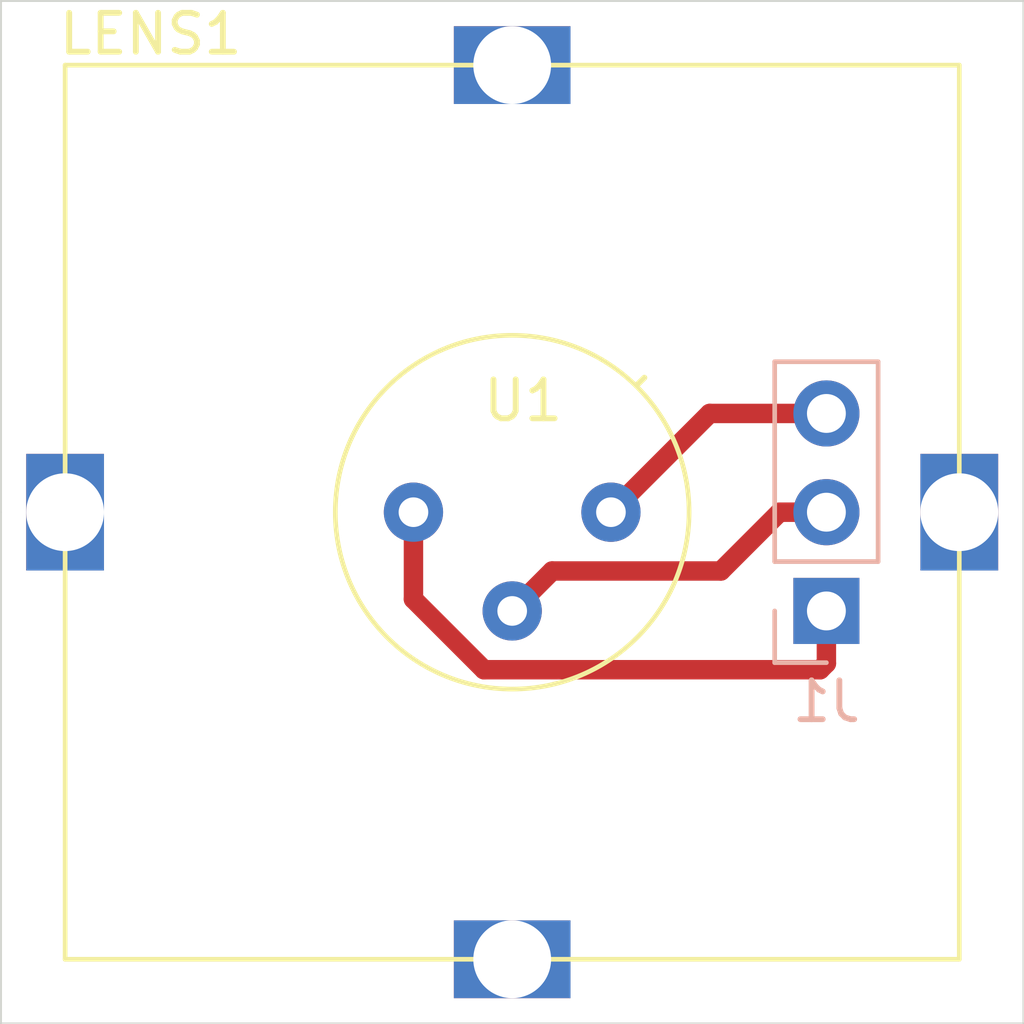
<source format=kicad_pcb>
(kicad_pcb (version 20171130) (host pcbnew 5.1.5+dfsg1-2build2)

  (general
    (thickness 1.6)
    (drawings 7)
    (tracks 11)
    (zones 0)
    (modules 3)
    (nets 4)
  )

  (page A4)
  (layers
    (0 F.Cu signal)
    (31 B.Cu signal)
    (32 B.Adhes user)
    (33 F.Adhes user)
    (34 B.Paste user)
    (35 F.Paste user)
    (36 B.SilkS user)
    (37 F.SilkS user)
    (38 B.Mask user)
    (39 F.Mask user)
    (40 Dwgs.User user)
    (41 Cmts.User user)
    (42 Eco1.User user)
    (43 Eco2.User user)
    (44 Edge.Cuts user)
    (45 Margin user)
    (46 B.CrtYd user)
    (47 F.CrtYd user)
    (48 B.Fab user hide)
    (49 F.Fab user hide)
  )

  (setup
    (last_trace_width 0.5)
    (trace_clearance 0.5)
    (zone_clearance 0.508)
    (zone_45_only no)
    (trace_min 0.2)
    (via_size 0.8)
    (via_drill 0.4)
    (via_min_size 0.4)
    (via_min_drill 0.3)
    (uvia_size 0.3)
    (uvia_drill 0.1)
    (uvias_allowed no)
    (uvia_min_size 0.2)
    (uvia_min_drill 0.1)
    (edge_width 0.05)
    (segment_width 0.2)
    (pcb_text_width 0.3)
    (pcb_text_size 1.5 1.5)
    (mod_edge_width 0.12)
    (mod_text_size 1 1)
    (mod_text_width 0.15)
    (pad_size 1.524 1.524)
    (pad_drill 0.762)
    (pad_to_mask_clearance 0.051)
    (solder_mask_min_width 0.25)
    (aux_axis_origin 0 0)
    (visible_elements FFFFFF7F)
    (pcbplotparams
      (layerselection 0x010fc_ffffffff)
      (usegerberextensions false)
      (usegerberattributes false)
      (usegerberadvancedattributes false)
      (creategerberjobfile false)
      (excludeedgelayer true)
      (linewidth 0.100000)
      (plotframeref false)
      (viasonmask false)
      (mode 1)
      (useauxorigin false)
      (hpglpennumber 1)
      (hpglpenspeed 20)
      (hpglpendiameter 15.000000)
      (psnegative false)
      (psa4output false)
      (plotreference true)
      (plotvalue true)
      (plotinvisibletext false)
      (padsonsilk false)
      (subtractmaskfromsilk false)
      (outputformat 1)
      (mirror false)
      (drillshape 1)
      (scaleselection 1)
      (outputdirectory ""))
  )

  (net 0 "")
  (net 1 /GND)
  (net 2 /DOUT)
  (net 3 /VDD)

  (net_class Default "This is the default net class."
    (clearance 0.5)
    (trace_width 0.5)
    (via_dia 0.8)
    (via_drill 0.4)
    (uvia_dia 0.3)
    (uvia_drill 0.1)
    (add_net /DOUT)
    (add_net /GND)
    (add_net /VDD)
  )

  (module mylib:FRESNEL_LENS_S9006 (layer F.Cu) (tedit 60236E4A) (tstamp 602410A5)
    (at 140 100)
    (descr "Mounting Hole 2.1mm, no annular")
    (tags "mounting hole 2.1mm no annular")
    (path /60417C6E)
    (attr virtual)
    (fp_text reference LENS1 (at -9.3 -12.3 180) (layer F.SilkS)
      (effects (font (size 1 1) (thickness 0.15)))
    )
    (fp_text value PIR_Lens_23mm (at 8.35 -12.6 180) (layer F.Fab) hide
      (effects (font (size 1.5 1.5) (thickness 0.375)))
    )
    (fp_circle (center 0 0) (end 11.025 0.3) (layer Dwgs.User) (width 0.12))
    (fp_line (start -11.5 11.5) (end 11.5 11.5) (layer F.SilkS) (width 0.12))
    (fp_line (start 11.5 -11.5) (end 11.5 11.5) (layer F.SilkS) (width 0.12))
    (fp_line (start -11.5 -11.5) (end 11.5 -11.5) (layer F.SilkS) (width 0.12))
    (fp_line (start -11.5 -11.5) (end -11.5 11.5) (layer F.SilkS) (width 0.12))
    (pad "" np_thru_hole rect (at -11.5 0) (size 2 3) (drill 2) (layers *.Cu *.Mask)
      (clearance 0.5))
    (pad "" np_thru_hole rect (at 11.5 0) (size 2 3) (drill 2) (layers *.Cu *.Mask)
      (clearance 0.5))
    (pad "" np_thru_hole rect (at 0 -11.5 90) (size 2 3) (drill 2) (layers *.Cu *.Mask)
      (clearance 0.5))
    (pad "" np_thru_hole rect (at 0 11.5 90) (size 2 3) (drill 2) (layers *.Cu *.Mask)
      (clearance 0.5))
  )

  (module Connector_PinHeader_2.54mm:PinHeader_1x03_P2.54mm_Vertical (layer B.Cu) (tedit 59FED5CC) (tstamp 60241210)
    (at 148.082 102.54)
    (descr "Through hole straight pin header, 1x03, 2.54mm pitch, single row")
    (tags "Through hole pin header THT 1x03 2.54mm single row")
    (path /604182E4)
    (fp_text reference J1 (at 0 2.33) (layer B.SilkS)
      (effects (font (size 1 1) (thickness 0.15)) (justify mirror))
    )
    (fp_text value Conn_01x03 (at 0 -7.41) (layer B.Fab)
      (effects (font (size 1 1) (thickness 0.15)) (justify mirror))
    )
    (fp_line (start -0.635 1.27) (end 1.27 1.27) (layer B.Fab) (width 0.1))
    (fp_line (start 1.27 1.27) (end 1.27 -6.35) (layer B.Fab) (width 0.1))
    (fp_line (start 1.27 -6.35) (end -1.27 -6.35) (layer B.Fab) (width 0.1))
    (fp_line (start -1.27 -6.35) (end -1.27 0.635) (layer B.Fab) (width 0.1))
    (fp_line (start -1.27 0.635) (end -0.635 1.27) (layer B.Fab) (width 0.1))
    (fp_line (start -1.33 -6.41) (end 1.33 -6.41) (layer B.SilkS) (width 0.12))
    (fp_line (start -1.33 -1.27) (end -1.33 -6.41) (layer B.SilkS) (width 0.12))
    (fp_line (start 1.33 -1.27) (end 1.33 -6.41) (layer B.SilkS) (width 0.12))
    (fp_line (start -1.33 -1.27) (end 1.33 -1.27) (layer B.SilkS) (width 0.12))
    (fp_line (start -1.33 0) (end -1.33 1.33) (layer B.SilkS) (width 0.12))
    (fp_line (start -1.33 1.33) (end 0 1.33) (layer B.SilkS) (width 0.12))
    (fp_line (start -1.8 1.8) (end -1.8 -6.85) (layer B.CrtYd) (width 0.05))
    (fp_line (start -1.8 -6.85) (end 1.8 -6.85) (layer B.CrtYd) (width 0.05))
    (fp_line (start 1.8 -6.85) (end 1.8 1.8) (layer B.CrtYd) (width 0.05))
    (fp_line (start 1.8 1.8) (end -1.8 1.8) (layer B.CrtYd) (width 0.05))
    (fp_text user %R (at 2.45 -2.65 270) (layer B.Fab)
      (effects (font (size 1 1) (thickness 0.15)) (justify mirror))
    )
    (pad 1 thru_hole rect (at 0 0) (size 1.7 1.7) (drill 1) (layers *.Cu *.Mask)
      (net 1 /GND))
    (pad 2 thru_hole oval (at 0 -2.54) (size 1.7 1.7) (drill 1) (layers *.Cu *.Mask)
      (net 2 /DOUT))
    (pad 3 thru_hole oval (at 0 -5.08) (size 1.7 1.7) (drill 1) (layers *.Cu *.Mask)
      (net 3 /VDD))
    (model ${KISYS3DMOD}/Connector_PinHeader_2.54mm.3dshapes/PinHeader_1x03_P2.54mm_Vertical.wrl
      (at (xyz 0 0 0))
      (scale (xyz 1 1 1))
      (rotate (xyz 0 0 0))
    )
  )

  (module mylib:Senba_Digital_PIR_XX312 (layer F.Cu) (tedit 6011235D) (tstamp 602410CE)
    (at 140 100)
    (path /60417690)
    (fp_text reference U1 (at 0.28 -2.87) (layer F.SilkS)
      (effects (font (size 1 1) (thickness 0.15)))
    )
    (fp_text value Senba_digital_PIR_XX312 (at 0.5 13.95) (layer F.Fab)
      (effects (font (size 1 1) (thickness 0.15)))
    )
    (fp_line (start 3.2 -3.26) (end 3.4 -3.46) (layer F.SilkS) (width 0.15))
    (fp_circle (center 0 0) (end 4.55 0) (layer F.SilkS) (width 0.12))
    (pad 3 thru_hole circle (at -2.54 0) (size 1.524 1.524) (drill 0.762) (layers *.Cu *.Mask)
      (net 1 /GND))
    (pad 2 thru_hole circle (at 0 2.54) (size 1.524 1.524) (drill 0.762) (layers *.Cu *.Mask)
      (net 2 /DOUT))
    (pad 1 thru_hole circle (at 2.54 0) (size 1.524 1.524) (drill 0.762) (layers *.Cu *.Mask)
      (net 3 /VDD))
  )

  (gr_line (start 153.15 86.85) (end 153.15 100) (layer Edge.Cuts) (width 0.05) (tstamp 60241116))
  (gr_line (start 126.85 86.85) (end 153.15 86.85) (layer Edge.Cuts) (width 0.05) (tstamp 60541C1A))
  (gr_line (start 126.85 100) (end 126.85 86.85) (layer Edge.Cuts) (width 0.05))
  (gr_line (start 126.85 113.15) (end 126.85 100) (layer Edge.Cuts) (width 0.05))
  (gr_line (start 140.35 113.15) (end 126.85 113.15) (layer Edge.Cuts) (width 0.05))
  (gr_line (start 153.15 113.15) (end 140.35 113.15) (layer Edge.Cuts) (width 0.05))
  (gr_line (start 153.15 100) (end 153.15 113.15) (layer Edge.Cuts) (width 0.05))

  (segment (start 148.082 103.89) (end 148.082 102.54) (width 0.5) (layer F.Cu) (net 1))
  (segment (start 147.919999 104.052001) (end 148.082 103.89) (width 0.5) (layer F.Cu) (net 1))
  (segment (start 139.274239 104.052001) (end 147.919999 104.052001) (width 0.5) (layer F.Cu) (net 1))
  (segment (start 137.46 102.237762) (end 139.274239 104.052001) (width 0.5) (layer F.Cu) (net 1))
  (segment (start 137.46 100) (end 137.46 102.237762) (width 0.5) (layer F.Cu) (net 1))
  (segment (start 146.879919 100) (end 148.082 100) (width 0.5) (layer F.Cu) (net 2))
  (segment (start 145.367918 101.512001) (end 146.879919 100) (width 0.5) (layer F.Cu) (net 2))
  (segment (start 141.027999 101.512001) (end 145.367918 101.512001) (width 0.5) (layer F.Cu) (net 2))
  (segment (start 140 102.54) (end 141.027999 101.512001) (width 0.5) (layer F.Cu) (net 2))
  (segment (start 145.08 97.46) (end 148.082 97.46) (width 0.5) (layer F.Cu) (net 3))
  (segment (start 142.54 100) (end 145.08 97.46) (width 0.5) (layer F.Cu) (net 3))

)

</source>
